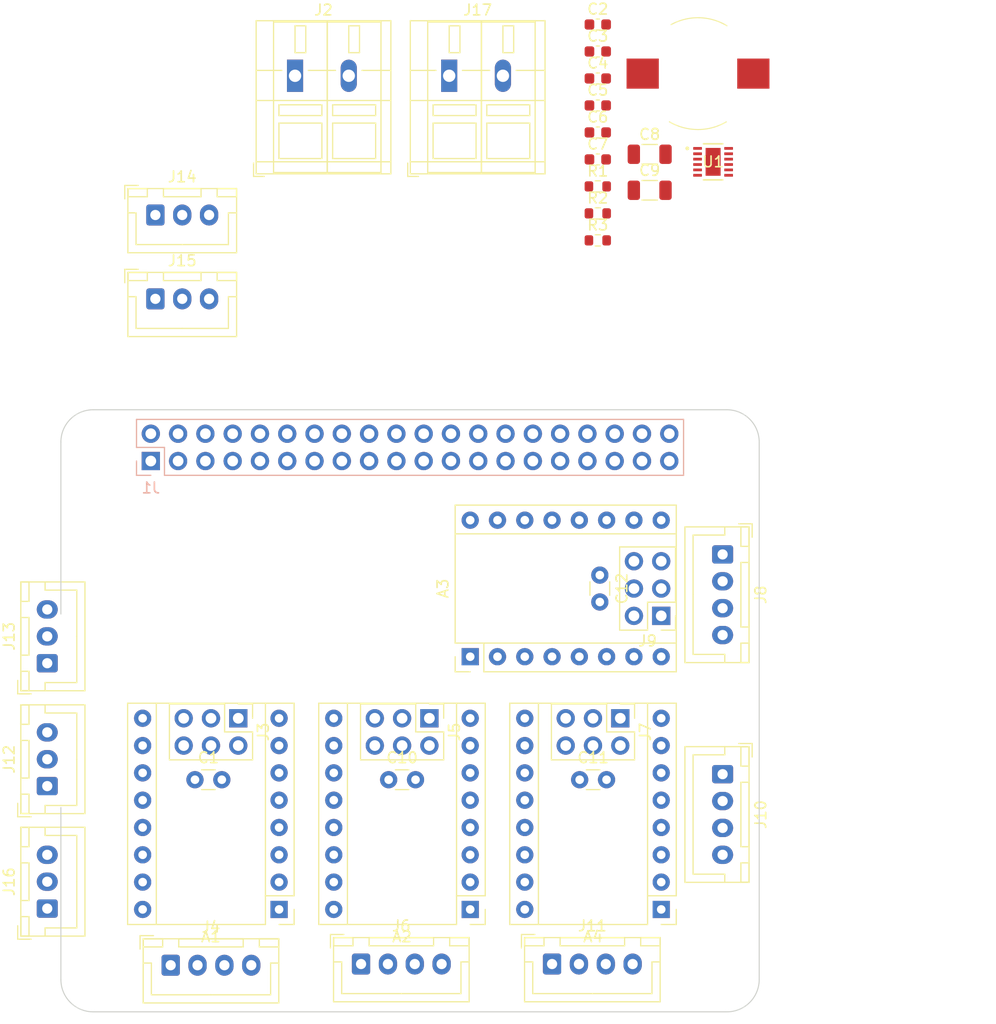
<source format=kicad_pcb>
(kicad_pcb (version 20221018) (generator pcbnew)
  (title_block (date "15 nov 2012"))
  (layers (0 "F.Cu" signal) (31 "B.Cu" signal) (34 "B.Paste" user) (35 "F.Paste" user) (36 "B.SilkS" user "B.Silkscreen") (37 "F.SilkS" user "F.Silkscreen") (38 "B.Mask" user) (39 "F.Mask" user) (44 "Edge.Cuts" user))
  (net 0 "")
  (net 1 "GND")
  (net 2 "/GPIO2{slash}SDA1")
  (net 3 "/GPIO3{slash}SCL1")
  (net 4 "/GPIO4{slash}GPCLK0")
  (net 5 "/GPIO14{slash}TXD0")
  (net 6 "/GPIO15{slash}RXD0")
  (net 7 "/GPIO17")
  (net 8 "/GPIO18{slash}PCM.CLK")
  (net 9 "/GPIO27")
  (net 10 "/GPIO22")
  (net 11 "/GPIO23")
  (net 12 "/GPIO24")
  (net 13 "/GPIO10{slash}SPI0.MOSI")
  (net 14 "/GPIO9{slash}SPI0.MISO")
  (net 15 "/GPIO25")
  (net 16 "/GPIO11{slash}SPI0.SCLK")
  (net 17 "/GPIO8{slash}SPI0.CE0")
  (net 18 "/GPIO7{slash}SPI0.CE1")
  (net 19 "/ID_SDA")
  (net 20 "/ID_SCL")
  (net 21 "/GPIO5")
  (net 22 "/GPIO6")
  (net 23 "/GPIO12{slash}PWM0")
  (net 24 "/GPIO13{slash}PWM1")
  (net 25 "/GPIO19{slash}PCM.FS")
  (net 26 "/GPIO16")
  (net 27 "/GPIO26")
  (net 28 "/GPIO20{slash}PCM.DIN")
  (net 29 "/GPIO21{slash}PCM.DOUT")
  (net 30 "+5V")
  (net 31 "+3V3")
  (net 32 "Net-(A1-1B)")
  (net 33 "Net-(A1-1A)")
  (net 34 "Net-(A1-2A)")
  (net 35 "Net-(A1-2B)")
  (net 36 "VCC")
  (net 37 "Net-(A1-MS1)")
  (net 38 "Net-(A1-MS2)")
  (net 39 "Net-(A1-MS3)")
  (net 40 "Net-(A1-~{RESET})")
  (net 41 "Net-(A2-1B)")
  (net 42 "Net-(A2-1A)")
  (net 43 "Net-(A2-2A)")
  (net 44 "Net-(A2-2B)")
  (net 45 "Net-(A2-MS1)")
  (net 46 "Net-(A2-MS2)")
  (net 47 "Net-(A2-MS3)")
  (net 48 "Net-(A2-~{RESET})")
  (net 49 "Net-(A3-1B)")
  (net 50 "Net-(A3-1A)")
  (net 51 "Net-(A3-2A)")
  (net 52 "Net-(A3-2B)")
  (net 53 "Net-(A3-MS1)")
  (net 54 "Net-(A3-MS2)")
  (net 55 "Net-(A3-MS3)")
  (net 56 "Net-(A3-~{RESET})")
  (net 57 "Net-(A4-1B)")
  (net 58 "Net-(A4-1A)")
  (net 59 "Net-(A4-2A)")
  (net 60 "Net-(A4-2B)")
  (net 61 "Net-(A4-MS1)")
  (net 62 "Net-(A4-MS2)")
  (net 63 "Net-(A4-MS3)")
  (net 64 "Net-(A4-~{RESET})")
  (net 65 "Net-(C6-Pad1)")
  (net 66 "Net-(U1-BOOT)")
  (net 67 "Net-(C7-Pad1)")
  (net 68 "Net-(U1-FB)")
  (net 69 "+3.3V")
  (footprint "MountingHole:MountingHole_2.7mm_M2.5" (layer "F.Cu") (at 161.5 47.5)
    (fp_text reference "MH2" hide)
    (fp_text value "MountingHole_2.7mm_M2.5" hide)
    (pad "" np_thru_hole circle locked (at 0 0) (size 2.7 2.7) (drill 2.7) (layers "*.Cu" "*.Mask"))
  )
  (footprint "Capacitor_THT:C_Disc_D3.0mm_W1.6mm_P2.50mm" (layer "F.Cu") (at 130.51 78.41)
    (fp_text reference "C10" (at 1.25 -2.05) (layer "F.SilkS"))
    (fp_text value "100 uF")
    (pad "1" thru_hole circle (at 0 0) (size 1.6 1.6) (drill 0.8) (layers "*.Cu" "*.Mask") (net 36 "VCC"))
    (pad "2" thru_hole circle (at 2.5 0) (size 1.6 1.6) (drill 0.8) (layers "*.Cu" "*.Mask") (net 1 "GND"))
  )
  (footprint "Connector_PinHeader_2.54mm:PinHeader_2x03_P2.54mm_Vertical" (layer "F.Cu") (at 155.88 63.17 180)
    (fp_text reference "J9" (at 1.27 -2.33) (layer "F.SilkS"))
    (fp_text value "Conn_02x03_Odd_Even")
    (pad "1" thru_hole rect (at 0 0 180) (size 1.7 1.7) (drill 1) (layers "*.Cu" "*.Mask") (net 69 "+3.3V"))
    (pad "2" thru_hole oval (at 2.54 0 180) (size 1.7 1.7) (drill 1) (layers "*.Cu" "*.Mask") (net 53 "Net-(A3-MS1)"))
    (pad "3" thru_hole oval (at 0 2.54 180) (size 1.7 1.7) (drill 1) (layers "*.Cu" "*.Mask") (net 69 "+3.3V"))
    (pad "4" thru_hole oval (at 2.54 2.54 180) (size 1.7 1.7) (drill 1) (layers "*.Cu" "*.Mask") (net 54 "Net-(A3-MS2)"))
    (pad "5" thru_hole oval (at 0 5.08 180) (size 1.7 1.7) (drill 1) (layers "*.Cu" "*.Mask") (net 69 "+3.3V"))
    (pad "6" thru_hole oval (at 2.54 5.08 180) (size 1.7 1.7) (drill 1) (layers "*.Cu" "*.Mask") (net 55 "Net-(A3-MS3)"))
  )
  (footprint "Capacitor_SMD:C_0603_1608Metric" (layer "F.Cu") (at 149.975 18.205)
    (fp_text reference "C6" (at 0 -1.43) (layer "F.SilkS"))
    (fp_text value "0.1 uF")
    (pad "1" smd roundrect (at -0.775 0) (size 0.9 0.95) (layers "F.Cu" "F.Paste" "F.Mask") (net 65 "Net-(C6-Pad1)"))
    (pad "2" smd roundrect (at 0.775 0) (size 0.9 0.95) (layers "F.Cu" "F.Paste" "F.Mask") (net 66 "Net-(U1-BOOT)"))
  )
  (footprint "Module:Pololu_Breakout-16_15.2x20.3mm" (layer "F.Cu") (at 138.1 90.475 180)
    (fp_text reference "A2" (at 6.35 -2.54) (layer "F.SilkS"))
    (fp_text value "Pololu_Breakout_A4988")
    (pad "1" thru_hole rect (at 0 0 180) (size 1.6 1.6) (drill 0.8) (layers "*.Cu" "*.Mask") (net 1 "GND"))
    (pad "2" thru_hole oval (at 0 2.54 180) (size 1.6 1.6) (drill 0.8) (layers "*.Cu" "*.Mask") (net 30 "+5V"))
    (pad "3" thru_hole oval (at 0 5.08 180) (size 1.6 1.6) (drill 0.8) (layers "*.Cu" "*.Mask") (net 41 "Net-(A2-1B)"))
    (pad "4" thru_hole oval (at 0 7.62 180) (size 1.6 1.6) (drill 0.8) (layers "*.Cu" "*.Mask") (net 42 "Net-(A2-1A)"))
    (pad "5" thru_hole oval (at 0 10.16 180) (size 1.6 1.6) (drill 0.8) (layers "*.Cu" "*.Mask") (net 43 "Net-(A2-2A)"))
    (pad "6" thru_hole oval (at 0 12.7 180) (size 1.6 1.6) (drill 0.8) (layers "*.Cu" "*.Mask") (net 44 "Net-(A2-2B)"))
    (pad "7" thru_hole oval (at 0 15.24 180) (size 1.6 1.6) (drill 0.8) (layers "*.Cu" "*.Mask") (net 1 "GND"))
    (pad "8" thru_hole oval (at 0 17.78 180) (size 1.6 1.6) (drill 0.8) (layers "*.Cu" "*.Mask") (net 36 "VCC"))
    (pad "9" thru_hole oval (at 12.7 17.78 180) (size 1.6 1.6) (drill 0.8) (layers "*.Cu" "*.Mask") (net 7 "/GPIO17"))
    (pad "10" thru_hole oval (at 12.7 15.24 180) (size 1.6 1.6) (drill 0.8) (layers "*.Cu" "*.Mask") (net 45 "Net-(A2-MS1)"))
    (pad "11" thru_hole oval (at 12.7 12.7 180) (size 1.6 1.6) (drill 0.8) (layers "*.Cu" "*.Mask") (net 46 "Net-(A2-MS2)"))
    (pad "12" thru_hole oval (at 12.7 10.16 180) (size 1.6 1.6) (drill 0.8) (layers "*.Cu" "*.Mask") (net 47 "Net-(A2-MS3)"))
    (pad "13" thru_hole oval (at 12.7 7.62 180) (size 1.6 1.6) (drill 0.8) (layers "*.Cu" "*.Mask") (net 48 "Net-(A2-~{RESET})"))
    (pad "14" thru_hole oval (at 12.7 5.08 180) (size 1.6 1.6) (drill 0.8) (layers "*.Cu" "*.Mask") (net 48 "Net-(A2-~{RESET})"))
    (pad "15" thru_hole oval (at 12.7 2.54 180) (size 1.6 1.6) (drill 0.8) (layers "*.Cu" "*.Mask") (net 10 "/GPIO22"))
    (pad "16" thru_hole oval (at 12.7 0 180) (size 1.6 1.6) (drill 0.8) (layers "*.Cu" "*.Mask") (net 9 "/GPIO27"))
  )
  (footprint "Connector_PinHeader_2.54mm:PinHeader_2x03_P2.54mm_Vertical" (layer "F.Cu") (at 116.51 72.695 -90)
    (fp_text reference "J3" (at 1.27 -2.33 90) (layer "F.SilkS"))
    (fp_text value "Conn_02x03_Odd_Even")
    (pad "1" thru_hole rect (at 0 0 270) (size 1.7 1.7) (drill 1) (layers "*.Cu" "*.Mask") (net 69 "+3.3V"))
    (pad "2" thru_hole oval (at 2.54 0 270) (size 1.7 1.7) (drill 1) (layers "*.Cu" "*.Mask") (net 37 "Net-(A1-MS1)"))
    (pad "3" thru_hole oval (at 0 2.54 270) (size 1.7 1.7) (drill 1) (layers "*.Cu" "*.Mask") (net 69 "+3.3V"))
    (pad "4" thru_hole oval (at 2.54 2.54 270) (size 1.7 1.7) (drill 1) (layers "*.Cu" "*.Mask") (net 38 "Net-(A1-MS2)"))
    (pad "5" thru_hole oval (at 0 5.08 270) (size 1.7 1.7) (drill 1) (layers "*.Cu" "*.Mask") (net 69 "+3.3V"))
    (pad "6" thru_hole oval (at 2.54 5.08 270) (size 1.7 1.7) (drill 1) (layers "*.Cu" "*.Mask") (net 39 "Net-(A1-MS3)"))
  )
  (footprint "Capacitor_THT:C_Disc_D3.0mm_W1.6mm_P2.50mm" (layer "F.Cu") (at 150.165 59.38 -90)
    (fp_text reference "C12" (at 1.25 -2.05 90) (layer "F.SilkS"))
    (fp_text value "100 uF")
    (pad "1" thru_hole circle (at 0 0 270) (size 1.6 1.6) (drill 0.8) (layers "*.Cu" "*.Mask") (net 36 "VCC"))
    (pad "2" thru_hole circle (at 2.5 0 270) (size 1.6 1.6) (drill 0.8) (layers "*.Cu" "*.Mask") (net 1 "GND"))
  )
  (footprint "Resistor_SMD:R_0603_1608Metric" (layer "F.Cu") (at 149.975 25.735)
    (fp_text reference "R2" (at 0 -1.43) (layer "F.SilkS"))
    (fp_text value "100 kR")
    (pad "1" smd roundrect (at -0.825 0) (size 0.8 0.95) (layers "F.Cu" "F.Paste" "F.Mask") (net 30 "+5V"))
    (pad "2" smd roundrect (at 0.825 0) (size 0.8 0.95) (layers "F.Cu" "F.Paste" "F.Mask") (net 68 "Net-(U1-FB)"))
  )
  (footprint "Connector_JST:JST_XH_B4B-XH-A_1x04_P2.50mm_Vertical" (layer "F.Cu") (at 161.595 57.455 -90)
    (fp_text reference "J8" (at 3.75 -3.55 90) (layer "F.SilkS"))
    (fp_text value "Conn_01x04_Pin")
    (pad "1" thru_hole roundrect (at 0 0 270) (size 1.7 1.95) (drill 0.95) (layers "*.Cu" "*.Mask") (roundrect_rratio 0.147059) (net 52 "Net-(A3-2B)"))
    (pad "2" thru_hole oval (at 2.5 0 270) (size 1.7 1.95) (drill 0.95) (layers "*.Cu" "*.Mask") (net 51 "Net-(A3-2A)"))
    (pad "3" thru_hole oval (at 5 0 270) (size 1.7 1.95) (drill 0.95) (layers "*.Cu" "*.Mask") (net 50 "Net-(A3-1A)"))
    (pad "4" thru_hole oval (at 7.5 0 270) (size 1.7 1.95) (drill 0.95) (layers "*.Cu" "*.Mask") (net 49 "Net-(A3-1B)"))
  )
  (footprint "Connector_JST:JST_XH_B3B-XH-A_1x03_P2.50mm_Vertical" (layer "F.Cu") (at 98.73 79.005 90)
    (fp_text reference "J12" (at 2.5 -3.55 90) (layer "F.SilkS"))
    (fp_text value "Conn_01x03_Pin")
    (pad "1" thru_hole roundrect (at 0 0 90) (size 1.7 1.95) (drill 0.95) (layers "*.Cu" "*.Mask") (roundrect_rratio 0.147059) (net 25 "/GPIO19{slash}PCM.FS"))
    (pad "2" thru_hole oval (at 2.5 0 90) (size 1.7 1.95) (drill 0.95) (layers "*.Cu" "*.Mask") (net 1 "GND"))
    (pad "3" thru_hole oval (at 5 0 90) (size 1.7 1.95) (drill 0.95) (layers "*.Cu" "*.Mask") (net 69 "+3.3V"))
  )
  (footprint "Connector_JST:JST_XH_B4B-XH-A_1x04_P2.50mm_Vertical" (layer "F.Cu") (at 145.72 95.555)
    (fp_text reference "J11" (at 3.75 -3.55) (layer "F.SilkS"))
    (fp_text value "Conn_01x04_Pin")
    (pad "1" thru_hole roundrect (at 0 0) (size 1.7 1.95) (drill 0.95) (layers "*.Cu" "*.Mask") (roundrect_rratio 0.147059) (net 60 "Net-(A4-2B)"))
    (pad "2" thru_hole oval (at 2.5 0) (size 1.7 1.95) (drill 0.95) (layers "*.Cu" "*.Mask") (net 59 "Net-(A4-2A)"))
    (pad "3" thru_hole oval (at 5 0) (size 1.7 1.95) (drill 0.95) (layers "*.Cu" "*.Mask") (net 58 "Net-(A4-1A)"))
    (pad "4" thru_hole oval (at 7.5 0) (size 1.7 1.95) (drill 0.95) (layers "*.Cu" "*.Mask") (net 57 "Net-(A4-1B)"))
  )
  (footprint "Connector_JST:JST_XH_B3B-XH-A_1x03_P2.50mm_Vertical" (layer "F.Cu") (at 108.795 25.885)
    (fp_text reference "J14" (at 2.5 -3.55) (layer "F.SilkS"))
    (fp_text value "Conn_01x03_Pin")
    (pad "1" thru_hole roundrect (at 0 0) (size 1.7 1.95) (drill 0.95) (layers "*.Cu" "*.Mask") (roundrect_rratio 0.147059) (net 27 "/GPIO26"))
    (pad "2" thru_hole oval (at 2.5 0) (size 1.7 1.95) (drill 0.95) (layers "*.Cu" "*.Mask") (net 1 "GND"))
    (pad "3" thru_hole oval (at 5 0) (size 1.7 1.95) (drill 0.95) (layers "*.Cu" "*.Mask") (net 69 "+3.3V"))
  )
  (footprint "Connector_JST:JST_XH_B3B-XH-A_1x03_P2.50mm_Vertical" (layer "F.Cu") (at 98.73 67.575 90)
    (fp_text reference "J13" (at 2.5 -3.55 90) (layer "F.SilkS"))
    (fp_text value "Conn_01x03_Pin")
    (pad "1" thru_hole roundrect (at 0 0 90) (size 1.7 1.95) (drill 0.95) (layers "*.Cu" "*.Mask") (roundrect_rratio 0.147059) (net 1 "GND"))
    (pad "2" thru_hole oval (at 2.5 0 90) (size 1.7 1.95) (drill 0.95) (layers "*.Cu" "*.Mask") (net 6 "/GPIO15{slash}RXD0"))
    (pad "3" thru_hole oval (at 5 0 90) (size 1.7 1.95) (drill 0.95) (layers "*.Cu" "*.Mask") (net 5 "/GPIO14{slash}TXD0"))
  )
  (footprint "Resistor_SMD:R_0603_1608Metric" (layer "F.Cu") (at 149.975 28.245)
    (fp_text reference "R3" (at 0 -1.43) (layer "F.SilkS"))
    (fp_text value "1 kR")
    (pad "1" smd roundrect (at -0.825 0) (size 0.8 0.95) (layers "F.Cu" "F.Paste" "F.Mask") (net 30 "+5V"))
    (pad "2" smd roundrect (at 0.825 0) (size 0.8 0.95) (layers "F.Cu" "F.Paste" "F.Mask") (net 67 "Net-(C7-Pad1)"))
  )
  (footprint "TerminalBlock_WAGO:TerminalBlock_WAGO_236-102_1x02_P5.00mm_45Degree" (layer "F.Cu") (at 136.145 12.935)
    (fp_text reference "J17" (at 2.65 -6.12) (layer "F.SilkS"))
    (fp_text value "Screw_Terminal_01x02")
    (pad "1" thru_hole rect (at 0 0) (size 1.5 3) (drill 1.15) (layers "*.Cu" "*.Mask") (net 1 "GND"))
    (pad "2" thru_hole oval (at 5 0) (size 1.5 3) (drill 1.15) (layers "*.Cu" "*.Mask") (net 30 "+5V"))
  )
  (footprint "Connector_JST:JST_XH_B4B-XH-A_1x04_P2.50mm_Vertical" (layer "F.Cu") (at 110.22 95.665)
    (fp_text reference "J4" (at 3.75 -3.55) (layer "F.SilkS"))
    (fp_text value "Conn_01x04_Pin")
    (pad "1" thru_hole roundrect (at 0 0) (size 1.7 1.95) (drill 0.95) (layers "*.Cu" "*.Mask") (roundrect_rratio 0.147059) (net 35 "Net-(A1-2B)"))
    (pad "2" thru_hole oval (at 2.5 0) (size 1.7 1.95) (drill 0.95) (layers "*.Cu" "*.Mask") (net 34 "Net-(A1-2A)"))
    (pad "3" thru_hole oval (at 5 0) (size 1.7 1.95) (drill 0.95) (layers "*.Cu" "*.Mask") (net 33 "Net-(A1-1A)"))
    (pad "4" thru_hole oval (at 7.5 0) (size 1.7 1.95) (drill 0.95) (layers "*.Cu" "*.Mask") (net 32 "Net-(A1-1B)"))
  )
  (footprint "MountingHole:MountingHole_2.7mm_M2.5" (layer "F.Cu") (at 103.5 96.5)
    (fp_text reference "MH3" hide)
    (fp_text value "MountingHole_2.7mm_M2.5" hide)
    (pad "" np_thru_hole circle locked (at 0 0) (size 2.7 2.7) (drill 2.7) (layers "*.Cu" "*.Mask"))
  )
  (footprint "Capacitor_SMD:C_1206_3216Metric" (layer "F.Cu") (at 154.805 20.235)
    (fp_text reference "C8" (at 0 -1.85) (layer "F.SilkS"))
    (fp_text value "47 uF")
    (pad "1" smd roundrect (at -1.475 0) (size 1.15 1.8) (layers "F.Cu" "F.Paste" "F.Mask") (roundrect_rratio 0.217391) (net 30 "+5V"))
    (pad "2" smd roundrect (at 1.475 0) (size 1.15 1.8) (layers "F.Cu" "F.Paste" "F.Mask") (roundrect_rratio 0.217391) (net 1 "GND"))
  )
  (footprint "Connector_JST:JST_XH_B3B-XH-A_1x03_P2.50mm_Vertical" (layer "F.Cu") (at 98.73 90.395 90)
    (fp_text reference "J16" (at 2.5 -3.55 90) (layer "F.SilkS"))
    (fp_text value "Conn_01x03_Pin")
    (pad "1" thru_hole roundrect (at 0 0 90) (size 1.7 1.95) (drill 0.95) (layers "*.Cu" "*.Mask") (roundrect_rratio 0.147059) (net 28 "/GPIO20{slash}PCM.DIN"))
    (pad "2" thru_hole oval (at 2.5 0 90) (size 1.7 1.95) (drill 0.95) (layers "*.Cu" "*.Mask") (net 1 "GND"))
    (pad "3" thru_hole oval (at 5 0 90) (size 1.7 1.95) (drill 0.95) (layers "*.Cu" "*.Mask") (net 69 "+3.3V"))
  )
  (footprint "rephat-parts:WSON_SDRRR_TEX" (layer "F.Cu") (at 160.708125 20.9396)
    (fp_text reference "U1" (at 0 0 unlocked) (layer "F.SilkS"))
    (fp_text value "LMR51450FNDRRR")
    (pad "1" smd rect (at -1.4454 -1.250315) (size 0.807999 0.2548) (layers "F.Cu" "F.Paste" "F.Mask") (net 65 "Net-(C6-Pad1)"))
    (pad "2" smd rect (at -1.4454 -0.750189) (size 0.807999 0.2548) (layers "F.Cu" "F.Paste" "F.Mask") (net 65 "Net-(C6-Pad1)"))
    (pad "3" smd rect (at -1.4454 -0.250063) (size 0.807999 0.2548) (layers "F.Cu" "F.Paste" "F.Mask") (net 65 "Net-(C6-Pad1)"))
    (pad "4" smd rect (at -1.4454 0.250063) (size 0.807999 0.2548) (layers "F.Cu" "F.Paste" "F.Mask") (net 66 "Net-(U1-BOOT)"))
    (pad "5" smd rect (at -1.4454 0.750189) (size 0.807999 0.2548) (layers "F.Cu" "F.Paste" "F.Mask") (net 1 "GND"))
    (pad "6" smd rect (at -1.4454 1.250315) (size 0.807999 0.2548) (layers "F.Cu" "F.Paste" "F.Mask"))
    (pad "7" smd rect (at 1.4454 1.250315) (size 0.807999 0.2548) (layers "F.Cu" "F.Paste" "F.Mask") (net 68 "Net-(U1-FB)"))
    (pad "8" smd rect (at 1.4454 0.750189) (size 0.807999 0.2548) (layers "F.Cu" "F.Paste" "F.Mask") (net 1 "GND"))
    (pad "9" smd rect (at 1.4454 0.250063) (size 0.807999 0.2548) (layers "F.Cu" "F.Paste" "F.Mask") (net 36 "VCC"))
    (pad "10" smd rect (at 1.4454 -0.250063) (size 0.807999 0.2548) (layers "F.Cu" "F.Paste" "F.Mask") (net 36 "VCC"))
    (pad "11" smd rect (at 1.4454 -0.750189) (size 0.807999 0.2548) (layers "F.Cu" "F.Paste" "F.Mask") (net 36 "VCC"))
    (pad "12" smd rect (at 1.4454 -1.250315) (size 0.807999 0.2548) (layers "F.Cu" "F.Paste" "F.Mask") (net 36 "VCC"))
    (pad "13" smd rect (at 0 0) (size 1.397 2.5908) (layers "F.Cu" "F.Paste" "F.Mask") (net 1 "GND"))
  )
  (footprint "Capacitor_SMD:C_0603_1608Metric" (layer "F.Cu") (at 149.975 15.695)
    (fp_text reference "C5" (at 0 -1.43) (layer "F.SilkS"))
    (fp_text value "0.1uF")
    (pad "1" smd roundrect (at -0.775 0) (size 0.9 0.95) (layers "F.Cu" "F.Paste" "F.Mask") (net 36 "VCC"))
    (pad "2" smd roundrect (at 0.775 0) (size 0.9 0.95) (layers "F.Cu" "F.Paste" "F.Mask") (net 1 "GND"))
  )
  (footprint "MountingHole:MountingHole_2.7mm_M2.5" (layer "F.Cu") (at 103.5 47.5)
    (fp_text reference "MH1" hide)
    (fp_text value "MountingHole_2.7mm_M2.5" hide)
    (pad "" np_thru_hole circle locked (at 0 0) (size 2.7 2.7) (drill 2.7) (layers "*.Cu" "*.Mask"))
  )
  (footprint "Capacitor_SMD:C_0603_1608Metric" (layer "F.Cu") (at 149.975 13.185)
    (fp_text reference "C4" (at 0 -1.43) (layer "F.SilkS"))
    (fp_text value "1 uF")
    (pad "1" smd roundrect (at -0.775 0) (size 0.9 0.95) (layers "F.Cu" "F.Paste" "F.Mask") (net 36 "VCC"))
    (pad "2" smd roundrect (at 0.775 0) (size 0.9 0.95) (layers "F.Cu" "F.Paste" "F.Mask") (net 1 "GND"))
  )
  (footprint "Resistor_SMD:R_0603_1608Metric" (layer "F.Cu") (at 149.975 23.225)
    (fp_text reference "R1" (at 0 -1.43) (layer "F.SilkS"))
    (fp_text value "19.1 kR")
    (pad "1" smd roundrect (at -0.825 0) (size 0.8 0.95) (layers "F.Cu" "F.Paste" "F.Mask") (net 1 "GND"))
    (pad "2" smd roundrect (at 0.825 0) (size 0.8 0.95) (layers "F.Cu" "F.Paste" "F.Mask") (net 68 "Net-(U1-FB)"))
  )
  (footprint "Connector_JST:JST_XH_B4B-XH-A_1x04_P2.50mm_Vertical" (layer "F.Cu") (at 161.595 77.895 -90)
    (fp_text reference "J10" (at 3.75 -3.55 90) (layer "F.SilkS"))
    (fp_text value "Conn_01x04_Pin")
    (pad "1" thru_hole roundrect (at 0 0 270) (size 1.7 1.95) (drill 0.95) (layers "*.Cu" "*.Mask") (roundrect_rratio 0.147059) (net 60 "Net-(A4-2B)"))
    (pad "2" thru_hole oval (at 2.5 0 270) (size 1.7 1.95) (drill 0.95) (layers "*.Cu" "*.Mask") (net 59 "Net-(A4-2A)"))
    (pad "3" thru_hole oval (at 5 0 270) (size 1.7 1.95) (drill 0.95) (layers "*.Cu" "*.Mask") (net 58 "Net-(A4-1A)"))
    (pad "4" thru_hole oval (at 7.5 0 270) (size 1.7 1.95) (drill 0.95) (layers "*.Cu" "*.Mask") (net 57 "Net-(A4-1B)"))
  )
  (footprint "TerminalBlock_WAGO:TerminalBlock_WAGO_236-102_1x02_P5.00mm_45Degree" (layer "F.Cu") (at 121.795 12.935)
    (fp_text reference "J2" (at 2.65 -6.12) (layer "F.SilkS"))
    (fp_text value "Screw_Terminal_01x02")
    (pad "1" thru_hole rect (at 0 0) (size 1.5 3) (drill 1.15) (layers "*.Cu" "*.Mask") (net 1 "GND"))
    (pad "2" thru_hole oval (at 5 0) (size 1.5 3) (drill 1.15) (layers "*.Cu" "*.Mask") (net 36 "VCC"))
  )
  (footprint "Connector_PinHeader_2.54mm:PinHeader_2x03_P2.54mm_Vertical" (layer "F.Cu") (at 134.3 72.695 -90)
    (fp_text reference "J5" (at 1.27 -2.33 90) (layer "F.SilkS"))
    (fp_text value "Conn_02x03_Odd_Even")
    (pad "1" thru_hole rect (at 0 0 270) (size 1.7 1.7) (drill 1) (layers "*.Cu" "*.Mask") (net 69 "+3.3V"))
    (pad "2" thru_hole oval (at 2.54 0 270) (size 1.7 1.7) (drill 1) (layers "*.Cu" "*.Mask") (net 45 "Net-(A2-MS1)"))
    (pad "3" thru_hole oval (at 0 2.54 270) (size 1.7 1.7) (drill 1) (layers "*.Cu" "*.Mask") (net 69 "+3.3V"))
    (pad "4" thru_hole oval (at 2.54 2.54 270) (size 1.7 1.7) (drill 1) (layers "*.Cu" "*.Mask") (net 46 "Net-(A2-MS2)"))
    (pad "5" thru_hole oval (at 0 5.08 270) (size 1.7 1.7) (drill 1) (layers "*.Cu" "*.Mask") (net 69 "+3.3V"))
    (pad "6" thru_hole oval (at 2.54 5.08 270) (size 1.7 1.7) (drill 1) (layers "*.Cu" "*.Mask") (net 47 "Net-(A2-MS3)"))
  )
  (footprint "Capacitor_SMD:C_0603_1608Metric" (layer "F.Cu") (at 149.975 8.165)
    (fp_text reference "C2" (at 0 -1.43) (layer "F.SilkS"))
    (fp_text value "10 uF")
    (pad "1" smd roundrect (at -0.775 0) (size 0.9 0.95) (layers "F.Cu" "F.Paste" "F.Mask") (net 36 "VCC"))
    (pad "2" smd roundrect (at 0.775 0) (size 0.9 0.95) (layers "F.Cu" "F.Paste" "F.Mask") (net 1 "GND"))
  )
  (footprint "Connector_JST:JST_XH_B4B-XH-A_1x04_P2.50mm_Vertical" (layer "F.Cu") (at 127.94 95.555)
    (fp_text reference "J6" (at 3.75 -3.55) (layer "F.SilkS"))
    (fp_text value "Conn_01x04_Pin")
    (pad "1" thru_hole roundrect (at 0 0) (size 1.7 1.95) (drill 0.95) (layers "*.Cu" "*.Mask") (roundrect_rratio 0.147059) (net 44 "Net-(A2-2B)"))
    (pad "2" thru_hole oval (at 2.5 0) (size 1.7 1.95) (drill 0.95) (layers "*.Cu" "*.Mask") (net 43 "Net-(A2-2A)"))
    (pad "3" thru_hole oval (at 5 0) (size 1.7 1.95) (drill 0.95) (layers "*.Cu" "*.Mask") (net 42 "Net-(A2-1A)"))
    (pad "4" thru_hole oval (at 7.5 0) (size 1.7 1.95) (drill 0.95) (layers "*.Cu" "*.Mask") (net 41 "Net-(A2-1B)"))
  )
  (footprint "Connector_PinHeader_2.54mm:PinHeader_2x03_P2.54mm_Vertical" (layer "F.Cu") (at 152.07 72.695 -90)
    (fp_text reference "J7" (at 1.27 -2.33 90) (layer "F.SilkS"))
    (fp_text value "Conn_02x03_Odd_Even")
    (pad "1" thru_hole rect (at 0 0 270) (size 1.7 1.7) (drill 1) (layers "*.Cu" "*.Mask") (net 69 "+3.3V"))
    (pad "2" thru_hole oval (at 2.54 0 270) (size 1.7 1.7) (drill 1) (layers "*.Cu" "*.Mask") (net 61 "Net-(A4-MS1)"))
    (pad "3" thru_hole oval (at 0 2.54 270) (size 1.7 1.7) (drill 1) (layers "*.Cu" "*.Mask") (net 69 "+3.3V"))
    (pad "4" thru_hole oval (at 2.54 2.54 270) (size 1.7 1.7) (drill 1) (layers "*.Cu" "*.Mask") (net 62 "Net-(A4-MS2)"))
    (pad "5" thru_hole oval (at 0 5.08 270) (size 1.7 1.7) (drill 1) (layers "*.Cu" "*.Mask") (net 69 "+3.3V"))
    (pad "6" thru_hole oval (at 2.54 5.08 270) (size 1.7 1.7) (drill 1) (layers "*.Cu" "*.Mask") (net 63 "Net-(A4-MS3)"))
  )
  (footprint "Connector_JST:JST_XH_B3B-XH-A_1x03_P2.50mm_Vertical" (layer "F.Cu") (at 108.795 33.685)
    (fp_text reference "J15" (at 2.5 -3.55) (layer "F.SilkS"))
    (fp_text value "Conn_01x03_Pin")
    (pad "1" thru_hole roundrect (at 0 0) (size 1.7 1.95) (drill 0.95) (layers "*.Cu" "*.Mask") (roundrect_rratio 0.147059) (net 29 "/GPIO21{slash}PCM.DOUT"))
    (pad "2" thru_hole oval (at 2.5 0) (size 1.7 1.95) (drill 0.95) (layers "*.Cu" "*.Mask") (net 1 "GND"))
    (pad "3" thru_hole oval (at 5 0) (size 1.7 1.95) (drill 0.95) (layers "*.Cu" "*.Mask") (net 69 "+3.3V"))
  )
  (footprint "Capacitor_SMD:C_0603_1608Metric" (layer "F.Cu") (at 149.975 20.715)
    (fp_text reference "C7" (at 0 -1.43) (layer "F.SilkS"))
    (fp_text value "33 pF")
    (pad "1" smd roundrect (at -0.775 0) (size 0.9 0.95) (layers "F.Cu" "F.Paste" "F.Mask") (net 67 "Net-(C7-Pad1)"))
    (pad "2" smd roundrect (at 0.775 0) (size 0.9 0.95) (layers "F.Cu" "F.Paste" "F.Mask") (net 68 "Net-(U1-FB)"))
  )
  (footprint "Capacitor_THT:C_Disc_D3.0mm_W1.6mm_P2.50mm" (layer "F.Cu") (at 112.48 78.41)
    (fp_text reference "C1" (at 1.25 -2.05) (layer "F.SilkS"))
    (fp_text value "100 uF")
    (pad "1" thru_hole circle (at 0 0) (size 1.6 1.6) (drill 0.8) (layers "*.Cu" "*.Mask") (net 36 "VCC"))
    (pad "2" thru_hole circle (at 2.5 0) (size 1.6 1.6) (drill 0.8) (layers "*.Cu" "*.Mask") (net 1 "GND"))
  )
  (footprint "rephat-parts:L_Wuerth_WE-PD4-Typ-L" (layer "F.Cu") (at 159.305 12.735)
    (fp_text reference "L1" hide)
    (fp_text value "5.6 uH" hide)
    (pad "1" smd rect (at -5.15 0 90) (size 2.8 3) (layers "F.Cu" "F.Paste" "F.Mask") (net 30 "+5V"))
    (pad "2" smd rect (at 5.15 0 90) (size 2.8 3) (layers "F.Cu" "F.Paste" "F.Mask") (net 65 "Net-(C6-Pad1)"))
  )
  (footprint "Capacitor_THT:C_Disc_D3.0mm_W1.6mm_P2.50mm" (layer "F.Cu") (at 148.29 78.41)
    (fp_text reference "C11" (at 1.25 -2.05) (layer "F.SilkS"))
    (fp_text value "100 uF")
    (pad "1" thru_hole circle (at 0 0) (size 1.6 1.6) (drill 0.8) (layers "*.Cu" "*.Mask") (net 36 "VCC"))
    (pad "2" thru_hole circle (at 2.5 0) (size 1.6 1.6) (drill 0.8) (layers "*.Cu" "*.Mask") (net 1 "GND"))
  )
  (footprint "MountingHole:MountingHole_2.7mm_M2.5" (layer "F.Cu") (at 161.5 96.5)
    (fp_text reference "MH4" hide)
    (fp_text value "MountingHole_2.7mm_M2.5" hide)
    (pad "" np_thru_hole circle locked (at 0 0) (size 2.7 2.7) (drill 2.7) (layers "*.Cu" "*.Mask"))
  )
  (footprint "Module:Pololu_Breakout-16_15.2x20.3mm" (layer "F.Cu") (at 120.31 90.475 180)
    (fp_text reference "A1" (at 6.35 -2.54) (layer "F.SilkS"))
    (fp_text value "Pololu_Breakout_A4988")
    (pad "1" thru_hole rect (at 0 0 180) (size 1.6 1.6) (drill 0.8) (layers "*.Cu" "*.Mask") (net 1 "GND"))
    (pad "2" thru_hole oval (at 0 2.54 180) (size 1.6 1.6) (drill 0.8) (layers "*.Cu" "*.Mask") (net 30 "+5V"))
    (pad "3" thru_hole oval (at 0 5.08 180) (size 1.6 1.6) (drill 0.8) (layers "*.Cu" "*.Mask") (net 32 "Net-(A1-1B)"))
    (pad "4" thru_hole oval (at 0 7.62 180) (size 1.6 1.6) (drill 0.8) (layers "*.Cu" "*.Mask") (net 33 "Net-(A1-1A)"))
    (pad "5" thru_hole oval (at 0 10.16 180) (size 1.6 1.6) (drill 0.8) (layers "*.Cu" "*.Mask") (net 34 "Net-(A1-2A)"))
    (pad "6" thru_hole oval (at 0 12.7 180) (size 1.6 1.6) (drill 0.8) (layers "*.Cu" "*.Mask") (net 35 "Net-(A1-2B)"))
    (pad "7" thru_hole oval (at 0 15.24 180) (size 1.6 1.6) (drill 0.8) (layers "*.Cu" "*.Mask") (net 1 "GND"))
    (pad "8" thru_hole oval (at 0 17.78 180) (size 1.6 1.6) (drill 0.8) (layers "*.Cu" "*.Mask") (net 36 "VCC"))
    (pad "9" thru_hole oval (at 12.7 17.78 180) (size 1.6 1.6) (drill 0.8) (layers "*.Cu" "*.Mask") (net 4 "/GPIO4{slash}GPCLK0"))
    (pad "10" thru_hole oval (at 12.7 15.24 180) (size 1.6 1.6) (drill 0.8) (layers "*.Cu" "*.Mask") (net 37 "Net-(A1-MS1)"))
    (pad "11" thru_hole oval (at 12.7 12.7 180) (size 1.6 1.6) (drill 0.8) (layers "*.Cu" "*.Mask") (net 38 "Net-(A1-MS2)"))
    (pad "12" thru_hole oval (at 12.7 10.16 180) (size 1.6 1.6) (drill 0.8) (layers "*.Cu" "*.Mask") (net 39 "Net-(A1-MS3)"))
    (pad "13" thru_hole oval (at 12.7 7.62 180) (size 1.6 1.6) (drill 0.8) (layers "*.Cu" "*.Mask") (net 40 "Net-(A1-~{RESET})"))
    (pad "14" thru_hole oval (at 12.7 5.08 180) (size 1.6 1.6) (drill 0.8) (layers "*.Cu" "*.Mask") (net 40 "Net-(A1-~{RESET})"))
    (pad "15" thru_hole oval (at 12.7 2.54 180) (size 1.6 1.6) (drill 0.8) (layers "*.Cu" "*.Mask") (net 2 "/GPIO2{slash}SDA1"))
    (pad "16" thru_hole oval (at 12.7 0 180) (size 1.6 1.6) (drill 0.8) (layers "*.Cu" "*.Mask") (net 3 "/GPIO3{slash}SCL1"))
  )
  (footprint "Module:Pololu_Breakout-16_15.2x20.3mm" (layer "F.Cu") (at 138.1 66.97 90)
    (fp_text reference "A3" (at 6.35 -2.54 90) (layer "F.SilkS"))
    (fp_text value "Pololu_Breakout_A4988")
    (pad "1" thru_hole rect (at 0 0 90) (size 1.6 1.6) (drill 0.8) (layers "*.Cu" "*.Mask") (net 1 "GND"))
    (pad "2" thru_hole oval (at 0 2.54 90) (size 1.6 1.6) (drill 0.8) (layers "*.Cu" "*.Mask") (net 30 "+5V"))
    (pad "3" thru_hole oval (at 0 5.08 90) (size 1.6 1.6) (drill 0.8) (layers "*.Cu" "*.Mask") (net 49 "Net-(A3-1B)"))
    (pad "4" thru_hole oval (at 0 7.62 90) (size 1.6 1.6) (drill 0.8) (layers "*.Cu" "*.Mask") (net 50 "Net-(A3-1A)"))
    (pad "5" thru_hole oval (at 0 10.16 90) (size 1.6 1.6) (drill 0.8) (layers "*.Cu" "*.Mask") (net 51 "Net-(A3-2A)"))
    (pad "6" thru_hole oval (at 0 12.7 90) (size 1.6 1.6) (drill 0.8) (layers "*.Cu" "*.Mask") (net 52 "Net-(A3-2B)"))
    (pad "7" thru_hole oval (at 0 15.24 90) (size 1.6 1.6) (drill 0.8) (layers "*.Cu" "*.Mask") (net 1 "GND"))
    (pad "8" thru_hole oval (at 0 17.78 90) (size 1.6 1.6) (drill 0.8) (layers "*.Cu" "*.Mask") (net 36 "VCC"))
    (pad "9" thru_hole oval (at 12.7 17.78 90) (size 1.6 1.6) (drill 0.8) (layers "*.Cu" "*.Mask") (net 24 "/GPIO13{slash}PWM1"))
    (pad "10" thru_hole oval (at 12.7 15.24 90) (size 1.6 1.6) (drill 0.8) (layers "*.Cu" "*.Mask") (net 53 "Net-(A3-MS1)"))
    (pad "11" thru_hole oval (at 12.7 12.7 90) (size 1.6 1.6) (drill 0.8) (layers "*.Cu" "*.Mask") (net 54 "Net-(A3-MS2)"))
    (pad "12" thru_hole oval (at 12.7 10.16 90) (size 1.6 1.6) (drill 0.8) (layers "*.Cu" "*.Mask") (net 55 "Net-(A3-MS3)"))
    (pad "13" thru_hole oval (at 12.7 7.62 90) (size 1.6 1.6) (drill 0.8) (layers "*.Cu" "*.Mask") (net 56 "Net-(A3-~{RESET})"))
    (pad "14" thru_hole oval (at 12.7 5.08 90) (size 1.6 1.6) (drill 0.8) (layers "*.Cu" "*.Mask") (net 56 "Net-(A3-~{RESET})"))
    (pad "15" thru_hole oval (at 12.7 2.54 90) (size 1.6 1.6) (drill 0.8) (layers "*.Cu" "*.Mask") (net 22 "/GPIO6"))
    (pad "16" thru_hole oval (at 12.7 0 90) (size 1.6 1.6) (drill 0.8) (layers "*.Cu" "*.Mask") (net 21 "/GPIO5"))
  )
  (footprint "Capacitor_SMD:C_1206_3216Metric" (layer "F.Cu") (at 154.805 23.585)
    (fp_text reference "C9" (at 0 -1.85) (layer "F.SilkS"))
    (fp_text value "47 uF")
    (pad "1" smd roundrect (at -1.475 0) (size 1.15 1.8) (layers "F.Cu" "F.Paste" "F.Mask") (roundrect_rratio 0.217391) (net 30 "+5V"))
    (pad "2" smd roundrect (at 1.475 0) (size 1.15 1.8) (layers "F.Cu" "F.Paste" "F.Mask") (roundrect_rratio 0.217391) (net 1 "GND"))
  )
  (footprint "Module:Pololu_Breakout-16_15.2x20.3mm" (layer "F.Cu") (at 155.88 90.475 180)
    (fp_text reference "A4" (at 6.35 -2.54) (layer "F.SilkS"))
    (fp_text value "Pololu_Breakout_A4988")
    (pad "1" thru_hole rect (at 0 0 180) (size 1.6 1.6) (drill 0.8) (layers "*.Cu" "*.Mask") (net 1 "GND"))
    (pad "2" thru_hole oval (at 0 2.54 180) (size 1.6 1.6) (drill 0.8) (layers "*.Cu" "*.Mask") (net 30 "+5V"))
    (pad "3" thru_hole oval (at 0 5.08 180) (size 1.6 1.6) (drill 0.8) (layers "*.Cu" "*.Mask") (net 57 "Net-(A4-1B)"))
    (pad "4" thru_hole oval (at 0 7.62 180) (size 1.6 1.6) (drill 0.8) (layers "*.Cu" "*.Mask") (net 58 "Net-(A4-1A)"))
    (pad "5" thru_hole oval (at 0 10.16 180) (size 1.6 1.6) (drill 0.8) (layers "*.Cu" "*.Mask") (net 59 "Net-(A4-2A)"))
    (pad "6" thru_hole oval (at 0 12.7 180) (size 1.6 1.6) (drill 0.8) (layers "*.Cu" "*.Mask") (net 60 "Net-(A4-2B)"))
    (pad "7" thru_hole oval (at 0 15.24 180) (size 1.6 1.6) (drill 0.8) (layers "*.Cu" "*.Mask") (net 1 "GND"))
    (pad "8" thru_hole oval (at 0 17.78 180) (size 1.6 1.6) (drill 0.8) (layers "*.Cu" "*.Mask") (net 36 "VCC"))
    (pad "9" thru_hole oval (at 12.7 17.78 180) (size 1.6 1.6) (drill 0.8) (layers "*.Cu" "*.Mask") (net 13 "/GPIO10{slash}SPI0.MOSI"))
    (pad "10" thru_hole oval (at 12.7 15.24 180) (size 1.6 1.6) (drill 0.8) (layers "*.Cu" "*.Mask") (net 61 "Net-(A4-MS1)"))
    (pad "11" thru_hole oval (at 12.7 12.7 180) (size 1.6 1.6) (drill 0.8) (layers "*.Cu" "*.Mask") (net 62 "Net-(A4-MS2)"))
    (pad "12" thru_hole oval (at 12.7 10.16 180) (size 1.6 1.6) (drill 0.8) (layers "*.Cu" "*.Mask") (net 63 "Net-(A4-MS3)"))
    (pad "13" thru_hole oval (at 12.7 7.62 180) (size 1.6 1.6) (drill 0.8) (layers "*.Cu" "*.Mask") (net 64 "Net-(A4-~{RESET})"))
    (pad "14" thru_hole oval (at 12.7 5.08 180) (size 1.6 1.6) (drill 0.8) (layers "*.Cu" "*.Mask") (net 64 "Net-(A4-~{RESET})"))
    (pad "15" thru_hole oval (at 12.7 2.54 180) (size 1.6 1.6) (drill 0.8) (layers "*.Cu" "*.Mask") (net 16 "/GPIO11{slash}SPI0.SCLK"))
    (pad "16" thru_hole oval (at 12.7 0 180) (size 1.6 1.6) (drill 0.8) (layers "*.Cu" "*.Mask") (net 14 "/GPIO9{slash}SPI0.MISO"))
  )
  (footprint "Capacitor_SMD:C_0603_1608Metric" (layer "F.Cu") (at 149.975 10.675)
    (fp_text reference "C3" (at 0 -1.43) (layer "F.SilkS"))
    (fp_text value "10 uF")
    (pad "1" smd roundrect (at -0.775 0) (size 0.9 0.95) (layers "F.Cu" "F.Paste" "F.Mask") (net 36 "VCC"))
    (pad "2" smd roundrect (at 0.775 0) (size 0.9 0.95) (layers "F.Cu" "F.Paste" "F.Mask") (net 1 "GND"))
  )
  (footprint "Connector_PinSocket_2.54mm:PinSocket_2x20_P2.54mm_Vertical" (layer "B.Cu") (at 108.37 48.77 -90)
    (fp_text reference "J1" (at 2.5 0) (layer "B.SilkS") (effects (justify mirror)))
    (fp_text value "GPIO")
    (pad "1" thru_hole rect (at 0 0 270) (size 1.7 1.7) (drill 1) (layers "*.Cu" "*.Mask") (net 31 "+3V3"))
    (pad "2" thru_hole oval (at -2.54 0 270) (size 1.7 1.7) (drill 1) (layers "*.Cu" "*.Mask") (net 30 "+5V"))
    (pad "3" thru_hole oval (at 0 -2.54 270) (size 1.7 1.7) (drill 1) (layers "*.Cu" "*.Mask") (net 2 "/GPIO2{slash}SDA1"))
    (pad "4" thru_hole oval (at -2.54 -2.54 270) (size 1.7 1.7) (drill 1) (layers "*.Cu" "*.Mask") (net 30 "+5V"))
    (pad "5" thru_hole oval (at 0 -5.08 270) (size 1.7 1.7) (drill 1) (layers "*.Cu" "*.Mask") (net 3 "/GPIO3{slash}SCL1"))
    (pad "6" thru_hole oval (at -2.54 -5.08 270) (size 1.7 1.7) (drill 1) (layers "*.Cu" "*.Mask") (net 1 "GND"))
    (pad "7" thru_hole oval (at 0 -7.62 270) (size 1.7 1.7) (drill 1) (layers "*.Cu" "*.Mask") (net 4 "/GPIO4{slash}GPCLK0"))
    (pad "8" thru_hole oval (at -2.54 -7.62 270) (size 1.7 1.7) (drill 1) (layers "*.Cu" "*.Mask") (net 5 "/GPIO14{slash}TXD0"))
    (pad "9" thru_hole oval (at 0 -10.16 270) (size 1.7 1.7) (drill 1) (layers "*.Cu" "*.Mask") (net 1 "GND"))
    (pad "10" thru_hole oval (at -2.54 -10.16 270) (size 1.7 1.7) (drill 1) (layers "*.Cu" "*.Mask") (net 6 "/GPIO15{slash}RXD0"))
    (pad "11" thru_hole oval (at 0 -12.7 270) (size 1.7 1.7) (drill 1) (layers "*.Cu" "*.Mask") (net 7 "/GPIO17"))
    (pad "12" thru_hole oval (at -2.54 -12.7 270) (size 1.7 1.7) (drill 1) (layers "*.Cu" "*.Mask") (net 8 "/GPIO18{slash}PCM.CLK"))
    (pad "13" thru_hole oval (at 0 -15.24 270) (size 1.7 1.7) (drill 1) (layers "*.Cu" "*.Mask") (net 9 "/GPIO27"))
    (pad "14" thru_hole oval (at -2.54 -15.24 270) (size 1.7 1.7) (drill 1) (layers "*.Cu" "*.Mask") (net 1 "GND"))
    (pad "15" thru_hole oval (at 0 -17.78 270) (size 1.7 1.7) (drill 1) (layers "*.Cu" "*.Mask") (net 10 "/GPIO22"))
    (pad "16" thru_hole oval (at -2.54 -17.78 270) (size 1.7 1.7) (drill 1) (layers "*.Cu" "*.Mask") (net 11 "/GPIO23"))
    (pad "17" thru_hole oval (at 0 -20.32 270) (size 1.7 1.7) (drill 1) (layers "*.Cu" "*.Mask") (net 31 "+3V3"))
    (pad "18" thru_hole oval (at -2.54 -20.32 270) (size 1.7 1.7) (drill 1) (layers "*.Cu" "*.Mask") (net 12 "/GPIO24"))
    (pad "19" thru_hole oval (at 0 -22.86 270) (size 1.7 1.7) (drill 1) (layers "*.Cu" "*.Mask") (net 13 "/GPIO10{slash}SPI0.MOSI"))
    (pad "20" thru_hole oval (at -2.54 -22.86 270) (size 1.7 1.7) (drill 1) (layers "*.Cu" "*.Mask") (net 1 "GND"))
    (pad "21" thru_hole oval (at 0 -25.4 270) (size 1.7 1.7) (drill 1) (layers "*.Cu" "*.Mask") (net 14 "/GPIO9{slash}SPI0.MISO"))
    (pad "22" thru_hole oval (at -2.54 -25.4 270) (size 1.7 1.7) (drill 1) (layers "*.Cu" "*.Mask") (net 15 "/GPIO25"))
    (pad "23" thru_hole oval (at 0 -27.94 270) (size 1.7 1.7) (drill 1) (layers "*.Cu" "*.Mask") (net 16 "/GPIO11{slash}SPI0.SCLK"))
    (pad "24" thru_hole oval (at -2.54 -27.94 270) (size 1.7 1.7) (drill 1) (layers "*.Cu" "*.Mask") (net 17 "/GPIO8{slash}SPI0.CE0"))
    (pad "25" thru_hole oval (at 0 -30.48 270) (size 1.7 1.7) (drill 1) (layers "*.Cu" "*.Mask") (net 1 "GND"))
    (pad "26" thru_hole oval (at -2.54 -30.48 270) (size 1.7 1.7) (drill 1) (layers "*.Cu" "*.Mask") (net 18 "/GPIO7{slash}SPI0.CE1"))
    (pad "27" thru_hole oval (at 0 -33.02 270) (size 1.7 1.7) (drill 1) (layers "*.Cu" "*.Mask") (net 19 "/ID_SDA"))
    (pad "28" thru_hole oval (at -2.54 -33.02 270) (size 1.7 1.7) (drill 1) (layers "*.Cu" "*.Mask") (net 20 "/ID_SCL"))
    (pad "29" thru_hole oval (at 0 -35.56 270) (size 1.7 1.7) (drill 1) (layers "*.Cu" "*.Mask") (net 21 "/GPIO5"))
    (pad "30" thru_hole oval (at -2.54 -35.56 270) (size 1.7 1.7) (drill 1) (layers "*.Cu" "*.Mask") (net 1 "GND"))
    (pad "31" thru_hole oval (at 0 -38.1 270) (size 1.7 1.7) (drill 1) (layers "*.Cu" "*.Mask") (net 22 "/GPIO6"))
    (pad "32" thru_hole oval (at -2.54 -38.1 270) (size 1.7 1.7) (drill 1) (layers "*.Cu" "*.Mask") (net 23 "/GPIO12{slash}PWM0"))
    (pad "33" thru_hole oval (at 0 -40.64 270) (size 1.7 1.7) (drill 1) (layers "*.Cu" "*.Mask") (net 24 "/GPIO13{slash}PWM1"))
    (pad "34" thru_hole oval (at -2.54 -40.64 270) (size 1.7 1.7) (drill 1) (layers "*.Cu" "*.Mask") (net 1 "GND"))
    (pad "35" thru_hole oval (at 0 -43.18 270) (size 1.7 1.7) (drill 1) (layers "*.Cu" "*.Mask") (net 25 "/GPIO19{slash}PCM.FS"))
    (pad "36" thru_hole oval (at -2.54 -43.18 270) (size 1.7 1.7) (drill 1) (layers "*.Cu" "*.Mask") (net 26 "/GPIO16"))
    (pad "37" thru_hole oval (at 0 -45.72 270) (size 1.7 1.7) (drill 1) (layers "*.Cu" "*.Mask") (net 27 "/GPIO26"))
    (pad "38" thru_hole oval (at -2.54 -45.72 270) (size 1.7 1.7) (drill 1) (layers "*.Cu" "*.Mask") (net 28 "/GPIO20{slash}PCM.DIN"))
    (pad "39" thru_hole oval (at 0 -48.26 270) (size 1.7 1.7) (drill 1) (layers "*.Cu" "*.Mask") (net 1 "GND"))
    (pad "40" thru_hole oval (at -2.54 -48.26 270) (size 1.7 1.7) (drill 1) (layers "*.Cu" "*.Mask") (net 29 "/GPIO21{slash}PCM.DOUT"))
  )
  (gr_arc (start 162 44) (mid 164.12132 44.87868) (end 165 47) (stroke (width 0.1)) (layer "Edge.Cuts"))
  (gr_line (start 165 97) (end 165 47) (stroke (width 0.1)) (layer "Edge.Cuts"))
  (gr_line (start 100 47) (end 100 63) (stroke (width 0.1)) (layer "Edge.Cuts"))
  (gr_arc (start 103 100) (mid 100.87868 99.12132) (end 100 97) (stroke (width 0.1)) (layer "Edge.Cuts"))
  (gr_line (start 103 100) (end 162 100) (stroke (width 0.1)) (layer "Edge.Cuts"))
  (gr_arc (start 165 97) (mid 164.12132 99.12132) (end 162 100) (stroke (width 0.1)) (layer "Edge.Cuts"))
  (gr_arc (start 100 47) (mid 100.87868 44.87868) (end 103 44) (stroke (width 0.1)) (layer "Edge.Cuts"))
  (gr_line (start 100 81) (end 100 97) (stroke (width 0.1)) (layer "Edge.Cuts"))
  (gr_line (start 162 44) (end 103 44) (stroke (width 0.1)) (layer "Edge.Cuts"))
)
</source>
